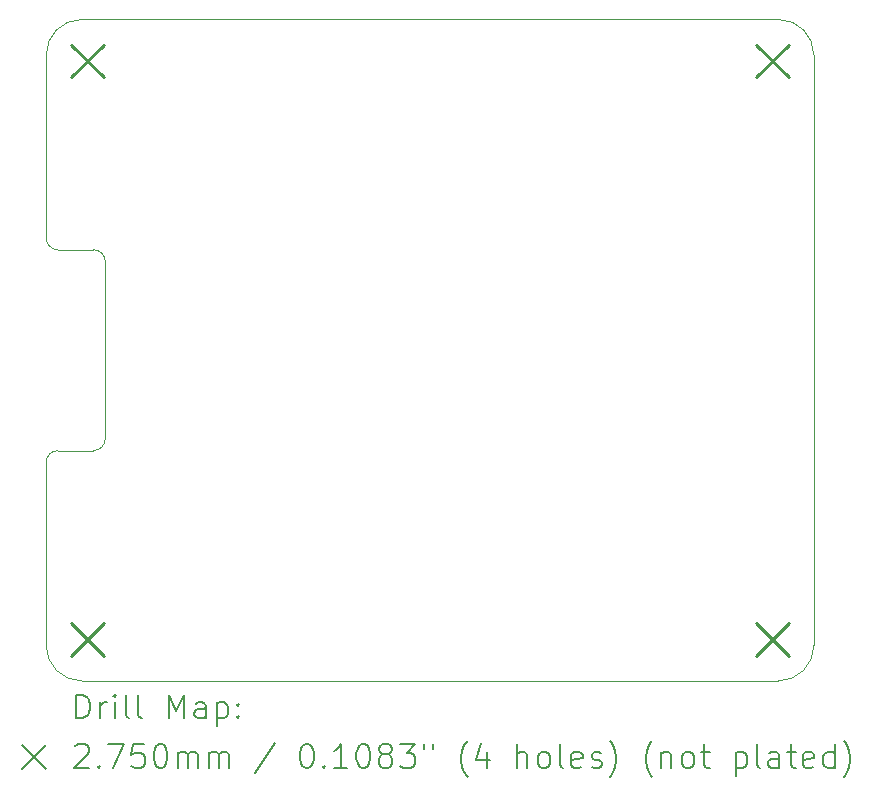
<source format=gbr>
%TF.GenerationSoftware,KiCad,Pcbnew,7.0.9-7.0.9~ubuntu23.04.1*%
%TF.CreationDate,2023-12-27T17:48:54+00:00*%
%TF.ProjectId,pedalboard-soundcard,70656461-6c62-46f6-9172-642d736f756e,0.0.1*%
%TF.SameCoordinates,Original*%
%TF.FileFunction,Drillmap*%
%TF.FilePolarity,Positive*%
%FSLAX45Y45*%
G04 Gerber Fmt 4.5, Leading zero omitted, Abs format (unit mm)*
G04 Created by KiCad (PCBNEW 7.0.9-7.0.9~ubuntu23.04.1) date 2023-12-27 17:48:54*
%MOMM*%
%LPD*%
G01*
G04 APERTURE LIST*
%ADD10C,0.100000*%
%ADD11C,0.200000*%
%ADD12C,0.275000*%
G04 APERTURE END LIST*
D10*
X4850000Y-10550000D02*
G75*
G03*
X5150000Y-10850000I300000J0D01*
G01*
X11050000Y-10850000D02*
G75*
G03*
X11350000Y-10550000I0J300000D01*
G01*
X4850000Y-7100000D02*
G75*
G03*
X4950000Y-7200000I100000J0D01*
G01*
X5350000Y-7300000D02*
G75*
G03*
X5250000Y-7200000I-100000J0D01*
G01*
X5250000Y-8900000D02*
G75*
G03*
X5350000Y-8800000I0J100000D01*
G01*
X4950000Y-8900000D02*
G75*
G03*
X4850000Y-9000000I0J-100000D01*
G01*
X5150000Y-5250000D02*
G75*
G03*
X4850000Y-5550000I0J-300000D01*
G01*
X5150000Y-5250000D02*
X11050000Y-5250000D01*
X11350000Y-5550000D02*
G75*
G03*
X11050000Y-5250000I-300000J0D01*
G01*
X4850000Y-5550000D02*
X4850000Y-7100000D01*
X5350000Y-7300000D02*
X5350000Y-8800000D01*
X4950000Y-7200000D02*
X5250000Y-7200000D01*
X4850000Y-9000000D02*
X4850000Y-10550000D01*
X5150000Y-10850000D02*
X11050000Y-10850000D01*
X11350000Y-5550000D02*
X11350000Y-10550000D01*
X4950000Y-8900000D02*
X5250000Y-8900000D01*
D11*
D12*
X5062500Y-5462500D02*
X5337500Y-5737500D01*
X5337500Y-5462500D02*
X5062500Y-5737500D01*
X5062500Y-10362500D02*
X5337500Y-10637500D01*
X5337500Y-10362500D02*
X5062500Y-10637500D01*
X10862500Y-5462500D02*
X11137500Y-5737500D01*
X11137500Y-5462500D02*
X10862500Y-5737500D01*
X10862500Y-10362500D02*
X11137500Y-10637500D01*
X11137500Y-10362500D02*
X10862500Y-10637500D01*
D11*
X5105777Y-11166484D02*
X5105777Y-10966484D01*
X5105777Y-10966484D02*
X5153396Y-10966484D01*
X5153396Y-10966484D02*
X5181967Y-10976008D01*
X5181967Y-10976008D02*
X5201015Y-10995055D01*
X5201015Y-10995055D02*
X5210539Y-11014103D01*
X5210539Y-11014103D02*
X5220063Y-11052198D01*
X5220063Y-11052198D02*
X5220063Y-11080770D01*
X5220063Y-11080770D02*
X5210539Y-11118865D01*
X5210539Y-11118865D02*
X5201015Y-11137912D01*
X5201015Y-11137912D02*
X5181967Y-11156960D01*
X5181967Y-11156960D02*
X5153396Y-11166484D01*
X5153396Y-11166484D02*
X5105777Y-11166484D01*
X5305777Y-11166484D02*
X5305777Y-11033150D01*
X5305777Y-11071246D02*
X5315301Y-11052198D01*
X5315301Y-11052198D02*
X5324824Y-11042674D01*
X5324824Y-11042674D02*
X5343872Y-11033150D01*
X5343872Y-11033150D02*
X5362920Y-11033150D01*
X5429586Y-11166484D02*
X5429586Y-11033150D01*
X5429586Y-10966484D02*
X5420063Y-10976008D01*
X5420063Y-10976008D02*
X5429586Y-10985531D01*
X5429586Y-10985531D02*
X5439110Y-10976008D01*
X5439110Y-10976008D02*
X5429586Y-10966484D01*
X5429586Y-10966484D02*
X5429586Y-10985531D01*
X5553396Y-11166484D02*
X5534348Y-11156960D01*
X5534348Y-11156960D02*
X5524824Y-11137912D01*
X5524824Y-11137912D02*
X5524824Y-10966484D01*
X5658158Y-11166484D02*
X5639110Y-11156960D01*
X5639110Y-11156960D02*
X5629586Y-11137912D01*
X5629586Y-11137912D02*
X5629586Y-10966484D01*
X5886729Y-11166484D02*
X5886729Y-10966484D01*
X5886729Y-10966484D02*
X5953396Y-11109341D01*
X5953396Y-11109341D02*
X6020062Y-10966484D01*
X6020062Y-10966484D02*
X6020062Y-11166484D01*
X6201015Y-11166484D02*
X6201015Y-11061722D01*
X6201015Y-11061722D02*
X6191491Y-11042674D01*
X6191491Y-11042674D02*
X6172443Y-11033150D01*
X6172443Y-11033150D02*
X6134348Y-11033150D01*
X6134348Y-11033150D02*
X6115301Y-11042674D01*
X6201015Y-11156960D02*
X6181967Y-11166484D01*
X6181967Y-11166484D02*
X6134348Y-11166484D01*
X6134348Y-11166484D02*
X6115301Y-11156960D01*
X6115301Y-11156960D02*
X6105777Y-11137912D01*
X6105777Y-11137912D02*
X6105777Y-11118865D01*
X6105777Y-11118865D02*
X6115301Y-11099817D01*
X6115301Y-11099817D02*
X6134348Y-11090293D01*
X6134348Y-11090293D02*
X6181967Y-11090293D01*
X6181967Y-11090293D02*
X6201015Y-11080770D01*
X6296253Y-11033150D02*
X6296253Y-11233150D01*
X6296253Y-11042674D02*
X6315301Y-11033150D01*
X6315301Y-11033150D02*
X6353396Y-11033150D01*
X6353396Y-11033150D02*
X6372443Y-11042674D01*
X6372443Y-11042674D02*
X6381967Y-11052198D01*
X6381967Y-11052198D02*
X6391491Y-11071246D01*
X6391491Y-11071246D02*
X6391491Y-11128389D01*
X6391491Y-11128389D02*
X6381967Y-11147436D01*
X6381967Y-11147436D02*
X6372443Y-11156960D01*
X6372443Y-11156960D02*
X6353396Y-11166484D01*
X6353396Y-11166484D02*
X6315301Y-11166484D01*
X6315301Y-11166484D02*
X6296253Y-11156960D01*
X6477205Y-11147436D02*
X6486729Y-11156960D01*
X6486729Y-11156960D02*
X6477205Y-11166484D01*
X6477205Y-11166484D02*
X6467682Y-11156960D01*
X6467682Y-11156960D02*
X6477205Y-11147436D01*
X6477205Y-11147436D02*
X6477205Y-11166484D01*
X6477205Y-11042674D02*
X6486729Y-11052198D01*
X6486729Y-11052198D02*
X6477205Y-11061722D01*
X6477205Y-11061722D02*
X6467682Y-11052198D01*
X6467682Y-11052198D02*
X6477205Y-11042674D01*
X6477205Y-11042674D02*
X6477205Y-11061722D01*
X4645000Y-11395000D02*
X4845000Y-11595000D01*
X4845000Y-11395000D02*
X4645000Y-11595000D01*
X5096253Y-11405531D02*
X5105777Y-11396008D01*
X5105777Y-11396008D02*
X5124824Y-11386484D01*
X5124824Y-11386484D02*
X5172444Y-11386484D01*
X5172444Y-11386484D02*
X5191491Y-11396008D01*
X5191491Y-11396008D02*
X5201015Y-11405531D01*
X5201015Y-11405531D02*
X5210539Y-11424579D01*
X5210539Y-11424579D02*
X5210539Y-11443627D01*
X5210539Y-11443627D02*
X5201015Y-11472198D01*
X5201015Y-11472198D02*
X5086729Y-11586484D01*
X5086729Y-11586484D02*
X5210539Y-11586484D01*
X5296253Y-11567436D02*
X5305777Y-11576960D01*
X5305777Y-11576960D02*
X5296253Y-11586484D01*
X5296253Y-11586484D02*
X5286729Y-11576960D01*
X5286729Y-11576960D02*
X5296253Y-11567436D01*
X5296253Y-11567436D02*
X5296253Y-11586484D01*
X5372444Y-11386484D02*
X5505777Y-11386484D01*
X5505777Y-11386484D02*
X5420063Y-11586484D01*
X5677205Y-11386484D02*
X5581967Y-11386484D01*
X5581967Y-11386484D02*
X5572444Y-11481722D01*
X5572444Y-11481722D02*
X5581967Y-11472198D01*
X5581967Y-11472198D02*
X5601015Y-11462674D01*
X5601015Y-11462674D02*
X5648634Y-11462674D01*
X5648634Y-11462674D02*
X5667682Y-11472198D01*
X5667682Y-11472198D02*
X5677205Y-11481722D01*
X5677205Y-11481722D02*
X5686729Y-11500769D01*
X5686729Y-11500769D02*
X5686729Y-11548388D01*
X5686729Y-11548388D02*
X5677205Y-11567436D01*
X5677205Y-11567436D02*
X5667682Y-11576960D01*
X5667682Y-11576960D02*
X5648634Y-11586484D01*
X5648634Y-11586484D02*
X5601015Y-11586484D01*
X5601015Y-11586484D02*
X5581967Y-11576960D01*
X5581967Y-11576960D02*
X5572444Y-11567436D01*
X5810539Y-11386484D02*
X5829586Y-11386484D01*
X5829586Y-11386484D02*
X5848634Y-11396008D01*
X5848634Y-11396008D02*
X5858158Y-11405531D01*
X5858158Y-11405531D02*
X5867682Y-11424579D01*
X5867682Y-11424579D02*
X5877205Y-11462674D01*
X5877205Y-11462674D02*
X5877205Y-11510293D01*
X5877205Y-11510293D02*
X5867682Y-11548388D01*
X5867682Y-11548388D02*
X5858158Y-11567436D01*
X5858158Y-11567436D02*
X5848634Y-11576960D01*
X5848634Y-11576960D02*
X5829586Y-11586484D01*
X5829586Y-11586484D02*
X5810539Y-11586484D01*
X5810539Y-11586484D02*
X5791491Y-11576960D01*
X5791491Y-11576960D02*
X5781967Y-11567436D01*
X5781967Y-11567436D02*
X5772443Y-11548388D01*
X5772443Y-11548388D02*
X5762920Y-11510293D01*
X5762920Y-11510293D02*
X5762920Y-11462674D01*
X5762920Y-11462674D02*
X5772443Y-11424579D01*
X5772443Y-11424579D02*
X5781967Y-11405531D01*
X5781967Y-11405531D02*
X5791491Y-11396008D01*
X5791491Y-11396008D02*
X5810539Y-11386484D01*
X5962920Y-11586484D02*
X5962920Y-11453150D01*
X5962920Y-11472198D02*
X5972443Y-11462674D01*
X5972443Y-11462674D02*
X5991491Y-11453150D01*
X5991491Y-11453150D02*
X6020063Y-11453150D01*
X6020063Y-11453150D02*
X6039110Y-11462674D01*
X6039110Y-11462674D02*
X6048634Y-11481722D01*
X6048634Y-11481722D02*
X6048634Y-11586484D01*
X6048634Y-11481722D02*
X6058158Y-11462674D01*
X6058158Y-11462674D02*
X6077205Y-11453150D01*
X6077205Y-11453150D02*
X6105777Y-11453150D01*
X6105777Y-11453150D02*
X6124824Y-11462674D01*
X6124824Y-11462674D02*
X6134348Y-11481722D01*
X6134348Y-11481722D02*
X6134348Y-11586484D01*
X6229586Y-11586484D02*
X6229586Y-11453150D01*
X6229586Y-11472198D02*
X6239110Y-11462674D01*
X6239110Y-11462674D02*
X6258158Y-11453150D01*
X6258158Y-11453150D02*
X6286729Y-11453150D01*
X6286729Y-11453150D02*
X6305777Y-11462674D01*
X6305777Y-11462674D02*
X6315301Y-11481722D01*
X6315301Y-11481722D02*
X6315301Y-11586484D01*
X6315301Y-11481722D02*
X6324824Y-11462674D01*
X6324824Y-11462674D02*
X6343872Y-11453150D01*
X6343872Y-11453150D02*
X6372443Y-11453150D01*
X6372443Y-11453150D02*
X6391491Y-11462674D01*
X6391491Y-11462674D02*
X6401015Y-11481722D01*
X6401015Y-11481722D02*
X6401015Y-11586484D01*
X6791491Y-11376960D02*
X6620063Y-11634103D01*
X7048634Y-11386484D02*
X7067682Y-11386484D01*
X7067682Y-11386484D02*
X7086729Y-11396008D01*
X7086729Y-11396008D02*
X7096253Y-11405531D01*
X7096253Y-11405531D02*
X7105777Y-11424579D01*
X7105777Y-11424579D02*
X7115301Y-11462674D01*
X7115301Y-11462674D02*
X7115301Y-11510293D01*
X7115301Y-11510293D02*
X7105777Y-11548388D01*
X7105777Y-11548388D02*
X7096253Y-11567436D01*
X7096253Y-11567436D02*
X7086729Y-11576960D01*
X7086729Y-11576960D02*
X7067682Y-11586484D01*
X7067682Y-11586484D02*
X7048634Y-11586484D01*
X7048634Y-11586484D02*
X7029586Y-11576960D01*
X7029586Y-11576960D02*
X7020063Y-11567436D01*
X7020063Y-11567436D02*
X7010539Y-11548388D01*
X7010539Y-11548388D02*
X7001015Y-11510293D01*
X7001015Y-11510293D02*
X7001015Y-11462674D01*
X7001015Y-11462674D02*
X7010539Y-11424579D01*
X7010539Y-11424579D02*
X7020063Y-11405531D01*
X7020063Y-11405531D02*
X7029586Y-11396008D01*
X7029586Y-11396008D02*
X7048634Y-11386484D01*
X7201015Y-11567436D02*
X7210539Y-11576960D01*
X7210539Y-11576960D02*
X7201015Y-11586484D01*
X7201015Y-11586484D02*
X7191491Y-11576960D01*
X7191491Y-11576960D02*
X7201015Y-11567436D01*
X7201015Y-11567436D02*
X7201015Y-11586484D01*
X7401015Y-11586484D02*
X7286729Y-11586484D01*
X7343872Y-11586484D02*
X7343872Y-11386484D01*
X7343872Y-11386484D02*
X7324825Y-11415055D01*
X7324825Y-11415055D02*
X7305777Y-11434103D01*
X7305777Y-11434103D02*
X7286729Y-11443627D01*
X7524825Y-11386484D02*
X7543872Y-11386484D01*
X7543872Y-11386484D02*
X7562920Y-11396008D01*
X7562920Y-11396008D02*
X7572444Y-11405531D01*
X7572444Y-11405531D02*
X7581967Y-11424579D01*
X7581967Y-11424579D02*
X7591491Y-11462674D01*
X7591491Y-11462674D02*
X7591491Y-11510293D01*
X7591491Y-11510293D02*
X7581967Y-11548388D01*
X7581967Y-11548388D02*
X7572444Y-11567436D01*
X7572444Y-11567436D02*
X7562920Y-11576960D01*
X7562920Y-11576960D02*
X7543872Y-11586484D01*
X7543872Y-11586484D02*
X7524825Y-11586484D01*
X7524825Y-11586484D02*
X7505777Y-11576960D01*
X7505777Y-11576960D02*
X7496253Y-11567436D01*
X7496253Y-11567436D02*
X7486729Y-11548388D01*
X7486729Y-11548388D02*
X7477206Y-11510293D01*
X7477206Y-11510293D02*
X7477206Y-11462674D01*
X7477206Y-11462674D02*
X7486729Y-11424579D01*
X7486729Y-11424579D02*
X7496253Y-11405531D01*
X7496253Y-11405531D02*
X7505777Y-11396008D01*
X7505777Y-11396008D02*
X7524825Y-11386484D01*
X7705777Y-11472198D02*
X7686729Y-11462674D01*
X7686729Y-11462674D02*
X7677206Y-11453150D01*
X7677206Y-11453150D02*
X7667682Y-11434103D01*
X7667682Y-11434103D02*
X7667682Y-11424579D01*
X7667682Y-11424579D02*
X7677206Y-11405531D01*
X7677206Y-11405531D02*
X7686729Y-11396008D01*
X7686729Y-11396008D02*
X7705777Y-11386484D01*
X7705777Y-11386484D02*
X7743872Y-11386484D01*
X7743872Y-11386484D02*
X7762920Y-11396008D01*
X7762920Y-11396008D02*
X7772444Y-11405531D01*
X7772444Y-11405531D02*
X7781967Y-11424579D01*
X7781967Y-11424579D02*
X7781967Y-11434103D01*
X7781967Y-11434103D02*
X7772444Y-11453150D01*
X7772444Y-11453150D02*
X7762920Y-11462674D01*
X7762920Y-11462674D02*
X7743872Y-11472198D01*
X7743872Y-11472198D02*
X7705777Y-11472198D01*
X7705777Y-11472198D02*
X7686729Y-11481722D01*
X7686729Y-11481722D02*
X7677206Y-11491246D01*
X7677206Y-11491246D02*
X7667682Y-11510293D01*
X7667682Y-11510293D02*
X7667682Y-11548388D01*
X7667682Y-11548388D02*
X7677206Y-11567436D01*
X7677206Y-11567436D02*
X7686729Y-11576960D01*
X7686729Y-11576960D02*
X7705777Y-11586484D01*
X7705777Y-11586484D02*
X7743872Y-11586484D01*
X7743872Y-11586484D02*
X7762920Y-11576960D01*
X7762920Y-11576960D02*
X7772444Y-11567436D01*
X7772444Y-11567436D02*
X7781967Y-11548388D01*
X7781967Y-11548388D02*
X7781967Y-11510293D01*
X7781967Y-11510293D02*
X7772444Y-11491246D01*
X7772444Y-11491246D02*
X7762920Y-11481722D01*
X7762920Y-11481722D02*
X7743872Y-11472198D01*
X7848634Y-11386484D02*
X7972444Y-11386484D01*
X7972444Y-11386484D02*
X7905777Y-11462674D01*
X7905777Y-11462674D02*
X7934348Y-11462674D01*
X7934348Y-11462674D02*
X7953396Y-11472198D01*
X7953396Y-11472198D02*
X7962920Y-11481722D01*
X7962920Y-11481722D02*
X7972444Y-11500769D01*
X7972444Y-11500769D02*
X7972444Y-11548388D01*
X7972444Y-11548388D02*
X7962920Y-11567436D01*
X7962920Y-11567436D02*
X7953396Y-11576960D01*
X7953396Y-11576960D02*
X7934348Y-11586484D01*
X7934348Y-11586484D02*
X7877206Y-11586484D01*
X7877206Y-11586484D02*
X7858158Y-11576960D01*
X7858158Y-11576960D02*
X7848634Y-11567436D01*
X8048634Y-11386484D02*
X8048634Y-11424579D01*
X8124825Y-11386484D02*
X8124825Y-11424579D01*
X8420063Y-11662674D02*
X8410539Y-11653150D01*
X8410539Y-11653150D02*
X8391491Y-11624579D01*
X8391491Y-11624579D02*
X8381968Y-11605531D01*
X8381968Y-11605531D02*
X8372444Y-11576960D01*
X8372444Y-11576960D02*
X8362920Y-11529341D01*
X8362920Y-11529341D02*
X8362920Y-11491246D01*
X8362920Y-11491246D02*
X8372444Y-11443627D01*
X8372444Y-11443627D02*
X8381968Y-11415055D01*
X8381968Y-11415055D02*
X8391491Y-11396008D01*
X8391491Y-11396008D02*
X8410539Y-11367436D01*
X8410539Y-11367436D02*
X8420063Y-11357912D01*
X8581968Y-11453150D02*
X8581968Y-11586484D01*
X8534349Y-11376960D02*
X8486730Y-11519817D01*
X8486730Y-11519817D02*
X8610539Y-11519817D01*
X8839111Y-11586484D02*
X8839111Y-11386484D01*
X8924825Y-11586484D02*
X8924825Y-11481722D01*
X8924825Y-11481722D02*
X8915301Y-11462674D01*
X8915301Y-11462674D02*
X8896253Y-11453150D01*
X8896253Y-11453150D02*
X8867682Y-11453150D01*
X8867682Y-11453150D02*
X8848634Y-11462674D01*
X8848634Y-11462674D02*
X8839111Y-11472198D01*
X9048634Y-11586484D02*
X9029587Y-11576960D01*
X9029587Y-11576960D02*
X9020063Y-11567436D01*
X9020063Y-11567436D02*
X9010539Y-11548388D01*
X9010539Y-11548388D02*
X9010539Y-11491246D01*
X9010539Y-11491246D02*
X9020063Y-11472198D01*
X9020063Y-11472198D02*
X9029587Y-11462674D01*
X9029587Y-11462674D02*
X9048634Y-11453150D01*
X9048634Y-11453150D02*
X9077206Y-11453150D01*
X9077206Y-11453150D02*
X9096253Y-11462674D01*
X9096253Y-11462674D02*
X9105777Y-11472198D01*
X9105777Y-11472198D02*
X9115301Y-11491246D01*
X9115301Y-11491246D02*
X9115301Y-11548388D01*
X9115301Y-11548388D02*
X9105777Y-11567436D01*
X9105777Y-11567436D02*
X9096253Y-11576960D01*
X9096253Y-11576960D02*
X9077206Y-11586484D01*
X9077206Y-11586484D02*
X9048634Y-11586484D01*
X9229587Y-11586484D02*
X9210539Y-11576960D01*
X9210539Y-11576960D02*
X9201015Y-11557912D01*
X9201015Y-11557912D02*
X9201015Y-11386484D01*
X9381968Y-11576960D02*
X9362920Y-11586484D01*
X9362920Y-11586484D02*
X9324825Y-11586484D01*
X9324825Y-11586484D02*
X9305777Y-11576960D01*
X9305777Y-11576960D02*
X9296253Y-11557912D01*
X9296253Y-11557912D02*
X9296253Y-11481722D01*
X9296253Y-11481722D02*
X9305777Y-11462674D01*
X9305777Y-11462674D02*
X9324825Y-11453150D01*
X9324825Y-11453150D02*
X9362920Y-11453150D01*
X9362920Y-11453150D02*
X9381968Y-11462674D01*
X9381968Y-11462674D02*
X9391492Y-11481722D01*
X9391492Y-11481722D02*
X9391492Y-11500769D01*
X9391492Y-11500769D02*
X9296253Y-11519817D01*
X9467682Y-11576960D02*
X9486730Y-11586484D01*
X9486730Y-11586484D02*
X9524825Y-11586484D01*
X9524825Y-11586484D02*
X9543873Y-11576960D01*
X9543873Y-11576960D02*
X9553396Y-11557912D01*
X9553396Y-11557912D02*
X9553396Y-11548388D01*
X9553396Y-11548388D02*
X9543873Y-11529341D01*
X9543873Y-11529341D02*
X9524825Y-11519817D01*
X9524825Y-11519817D02*
X9496253Y-11519817D01*
X9496253Y-11519817D02*
X9477206Y-11510293D01*
X9477206Y-11510293D02*
X9467682Y-11491246D01*
X9467682Y-11491246D02*
X9467682Y-11481722D01*
X9467682Y-11481722D02*
X9477206Y-11462674D01*
X9477206Y-11462674D02*
X9496253Y-11453150D01*
X9496253Y-11453150D02*
X9524825Y-11453150D01*
X9524825Y-11453150D02*
X9543873Y-11462674D01*
X9620063Y-11662674D02*
X9629587Y-11653150D01*
X9629587Y-11653150D02*
X9648634Y-11624579D01*
X9648634Y-11624579D02*
X9658158Y-11605531D01*
X9658158Y-11605531D02*
X9667682Y-11576960D01*
X9667682Y-11576960D02*
X9677206Y-11529341D01*
X9677206Y-11529341D02*
X9677206Y-11491246D01*
X9677206Y-11491246D02*
X9667682Y-11443627D01*
X9667682Y-11443627D02*
X9658158Y-11415055D01*
X9658158Y-11415055D02*
X9648634Y-11396008D01*
X9648634Y-11396008D02*
X9629587Y-11367436D01*
X9629587Y-11367436D02*
X9620063Y-11357912D01*
X9981968Y-11662674D02*
X9972444Y-11653150D01*
X9972444Y-11653150D02*
X9953396Y-11624579D01*
X9953396Y-11624579D02*
X9943873Y-11605531D01*
X9943873Y-11605531D02*
X9934349Y-11576960D01*
X9934349Y-11576960D02*
X9924825Y-11529341D01*
X9924825Y-11529341D02*
X9924825Y-11491246D01*
X9924825Y-11491246D02*
X9934349Y-11443627D01*
X9934349Y-11443627D02*
X9943873Y-11415055D01*
X9943873Y-11415055D02*
X9953396Y-11396008D01*
X9953396Y-11396008D02*
X9972444Y-11367436D01*
X9972444Y-11367436D02*
X9981968Y-11357912D01*
X10058158Y-11453150D02*
X10058158Y-11586484D01*
X10058158Y-11472198D02*
X10067682Y-11462674D01*
X10067682Y-11462674D02*
X10086730Y-11453150D01*
X10086730Y-11453150D02*
X10115301Y-11453150D01*
X10115301Y-11453150D02*
X10134349Y-11462674D01*
X10134349Y-11462674D02*
X10143873Y-11481722D01*
X10143873Y-11481722D02*
X10143873Y-11586484D01*
X10267682Y-11586484D02*
X10248634Y-11576960D01*
X10248634Y-11576960D02*
X10239111Y-11567436D01*
X10239111Y-11567436D02*
X10229587Y-11548388D01*
X10229587Y-11548388D02*
X10229587Y-11491246D01*
X10229587Y-11491246D02*
X10239111Y-11472198D01*
X10239111Y-11472198D02*
X10248634Y-11462674D01*
X10248634Y-11462674D02*
X10267682Y-11453150D01*
X10267682Y-11453150D02*
X10296254Y-11453150D01*
X10296254Y-11453150D02*
X10315301Y-11462674D01*
X10315301Y-11462674D02*
X10324825Y-11472198D01*
X10324825Y-11472198D02*
X10334349Y-11491246D01*
X10334349Y-11491246D02*
X10334349Y-11548388D01*
X10334349Y-11548388D02*
X10324825Y-11567436D01*
X10324825Y-11567436D02*
X10315301Y-11576960D01*
X10315301Y-11576960D02*
X10296254Y-11586484D01*
X10296254Y-11586484D02*
X10267682Y-11586484D01*
X10391492Y-11453150D02*
X10467682Y-11453150D01*
X10420063Y-11386484D02*
X10420063Y-11557912D01*
X10420063Y-11557912D02*
X10429587Y-11576960D01*
X10429587Y-11576960D02*
X10448634Y-11586484D01*
X10448634Y-11586484D02*
X10467682Y-11586484D01*
X10686730Y-11453150D02*
X10686730Y-11653150D01*
X10686730Y-11462674D02*
X10705777Y-11453150D01*
X10705777Y-11453150D02*
X10743873Y-11453150D01*
X10743873Y-11453150D02*
X10762920Y-11462674D01*
X10762920Y-11462674D02*
X10772444Y-11472198D01*
X10772444Y-11472198D02*
X10781968Y-11491246D01*
X10781968Y-11491246D02*
X10781968Y-11548388D01*
X10781968Y-11548388D02*
X10772444Y-11567436D01*
X10772444Y-11567436D02*
X10762920Y-11576960D01*
X10762920Y-11576960D02*
X10743873Y-11586484D01*
X10743873Y-11586484D02*
X10705777Y-11586484D01*
X10705777Y-11586484D02*
X10686730Y-11576960D01*
X10896254Y-11586484D02*
X10877206Y-11576960D01*
X10877206Y-11576960D02*
X10867682Y-11557912D01*
X10867682Y-11557912D02*
X10867682Y-11386484D01*
X11058158Y-11586484D02*
X11058158Y-11481722D01*
X11058158Y-11481722D02*
X11048635Y-11462674D01*
X11048635Y-11462674D02*
X11029587Y-11453150D01*
X11029587Y-11453150D02*
X10991492Y-11453150D01*
X10991492Y-11453150D02*
X10972444Y-11462674D01*
X11058158Y-11576960D02*
X11039111Y-11586484D01*
X11039111Y-11586484D02*
X10991492Y-11586484D01*
X10991492Y-11586484D02*
X10972444Y-11576960D01*
X10972444Y-11576960D02*
X10962920Y-11557912D01*
X10962920Y-11557912D02*
X10962920Y-11538865D01*
X10962920Y-11538865D02*
X10972444Y-11519817D01*
X10972444Y-11519817D02*
X10991492Y-11510293D01*
X10991492Y-11510293D02*
X11039111Y-11510293D01*
X11039111Y-11510293D02*
X11058158Y-11500769D01*
X11124825Y-11453150D02*
X11201015Y-11453150D01*
X11153396Y-11386484D02*
X11153396Y-11557912D01*
X11153396Y-11557912D02*
X11162920Y-11576960D01*
X11162920Y-11576960D02*
X11181968Y-11586484D01*
X11181968Y-11586484D02*
X11201015Y-11586484D01*
X11343873Y-11576960D02*
X11324825Y-11586484D01*
X11324825Y-11586484D02*
X11286730Y-11586484D01*
X11286730Y-11586484D02*
X11267682Y-11576960D01*
X11267682Y-11576960D02*
X11258158Y-11557912D01*
X11258158Y-11557912D02*
X11258158Y-11481722D01*
X11258158Y-11481722D02*
X11267682Y-11462674D01*
X11267682Y-11462674D02*
X11286730Y-11453150D01*
X11286730Y-11453150D02*
X11324825Y-11453150D01*
X11324825Y-11453150D02*
X11343873Y-11462674D01*
X11343873Y-11462674D02*
X11353396Y-11481722D01*
X11353396Y-11481722D02*
X11353396Y-11500769D01*
X11353396Y-11500769D02*
X11258158Y-11519817D01*
X11524825Y-11586484D02*
X11524825Y-11386484D01*
X11524825Y-11576960D02*
X11505777Y-11586484D01*
X11505777Y-11586484D02*
X11467682Y-11586484D01*
X11467682Y-11586484D02*
X11448634Y-11576960D01*
X11448634Y-11576960D02*
X11439111Y-11567436D01*
X11439111Y-11567436D02*
X11429587Y-11548388D01*
X11429587Y-11548388D02*
X11429587Y-11491246D01*
X11429587Y-11491246D02*
X11439111Y-11472198D01*
X11439111Y-11472198D02*
X11448634Y-11462674D01*
X11448634Y-11462674D02*
X11467682Y-11453150D01*
X11467682Y-11453150D02*
X11505777Y-11453150D01*
X11505777Y-11453150D02*
X11524825Y-11462674D01*
X11601015Y-11662674D02*
X11610539Y-11653150D01*
X11610539Y-11653150D02*
X11629587Y-11624579D01*
X11629587Y-11624579D02*
X11639111Y-11605531D01*
X11639111Y-11605531D02*
X11648634Y-11576960D01*
X11648634Y-11576960D02*
X11658158Y-11529341D01*
X11658158Y-11529341D02*
X11658158Y-11491246D01*
X11658158Y-11491246D02*
X11648634Y-11443627D01*
X11648634Y-11443627D02*
X11639111Y-11415055D01*
X11639111Y-11415055D02*
X11629587Y-11396008D01*
X11629587Y-11396008D02*
X11610539Y-11367436D01*
X11610539Y-11367436D02*
X11601015Y-11357912D01*
M02*

</source>
